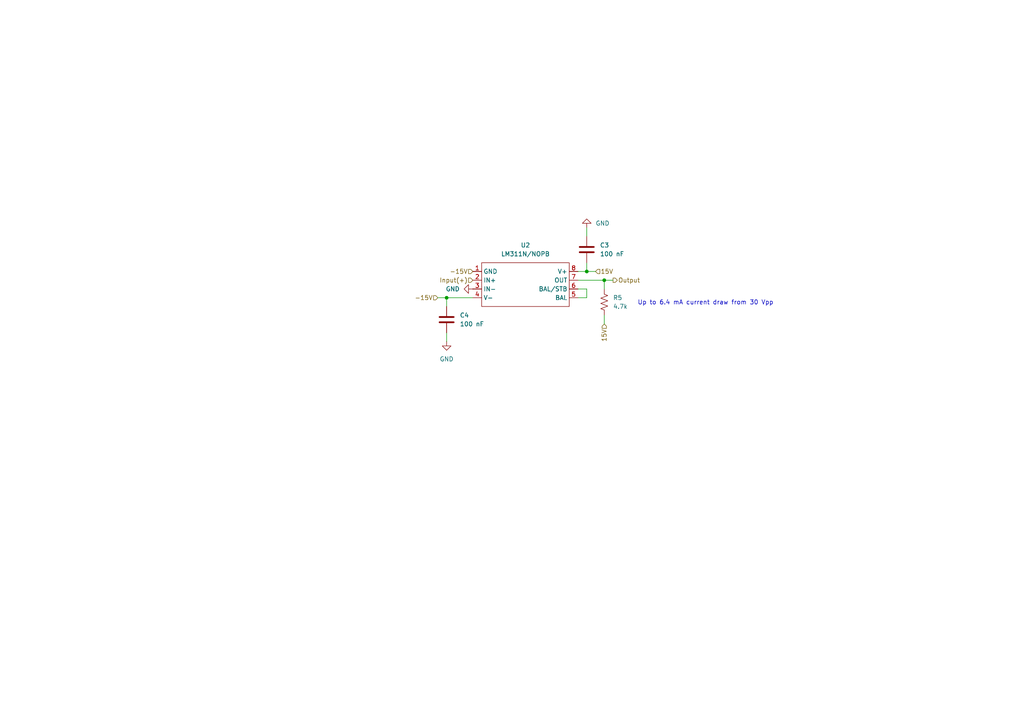
<source format=kicad_sch>
(kicad_sch (version 20250114) (generator "eeschema") (generator_version "9.0")
  (paper "A4")
  (lib_symbols
    (symbol "Custom:LM311N/NOPB"
      (property "Reference" "U" (at 0 12.192 0))
      (property "Value" "LM311N/NOPB" (at 0 9.144 0))
      (symbol "LM311N/NOPB_0_1"
        (rectangle (start 12.7 6.35) (end -12.7 -6.35))
      )
      (symbol "LM311N/NOPB_1_1"
        (pin passive line (at -15.24 3.81 0) (length 2.54) (name "GND") (number "1"))
        (pin input line (at -15.24 1.27 0) (length 2.54) (name "IN+") (number "2"))
        (pin input line (at -15.24 -1.27 0) (length 2.54) (name "IN-") (number "3"))
        (pin passive line (at -15.24 -3.81 0) (length 2.54) (name "V-") (number "4"))
        (pin passive line (at 15.24 3.81 180) (length 2.54) (name "V+") (number "8"))
        (pin output line (at 15.24 1.27 180) (length 2.54) (name "OUT") (number "7"))
        (pin passive line (at 15.24 -1.27 180) (length 2.54) (name "BAL/STB") (number "6"))
        (pin passive line (at 15.24 -3.81 180) (length 2.54) (name "BAL") (number "5"))
      )
    )
    (symbol "Device:C" (pin_numbers (hide yes)) (pin_names (offset 0.254))
      (property "Reference" "C" (at 0.635 2.54 0))
      (property "Value" "C" (at 0.635 -2.54 0))
      (symbol "C_0_1"
        (polyline (pts (xy -2.032 0.762) (xy 2.032 0.762)) (stroke (width 0.508)))
        (polyline (pts (xy -2.032 -0.762) (xy 2.032 -0.762)) (stroke (width 0.508)))
      )
      (symbol "C_1_1"
        (pin passive line (at 0 3.81 270) (length 2.794) (name "~") (number "1"))
        (pin passive line (at 0 -3.81 90) (length 2.794) (name "~") (number "2"))
      )
    )
    (symbol "Device:R_US" (pin_numbers (hide yes)) (pin_names (offset 0))
      (property "Reference" "R" (at 2.54 0 90))
      (property "Value" "R_US" (at -2.54 0 90))
      (symbol "R_US_0_1"
        (polyline (pts (xy 0 2.286) (xy 0 2.54)))
        (polyline (pts (xy 0 2.286) (xy 1.016 1.905) (xy 0 1.524) (xy -1.016 1.143) (xy 0 0.762)))
        (polyline (pts (xy 0 0.762) (xy 1.016 0.381) (xy 0 0) (xy -1.016 -0.381) (xy 0 -0.762)))
        (polyline (pts (xy 0 -0.762) (xy 1.016 -1.143) (xy 0 -1.524) (xy -1.016 -1.905) (xy 0 -2.286)))
        (polyline (pts (xy 0 -2.286) (xy 0 -2.54)))
      )
      (symbol "R_US_1_1"
        (pin passive line (at 0 3.81 270) (length 1.27) (name "~") (number "1"))
        (pin passive line (at 0 -3.81 90) (length 1.27) (name "~") (number "2"))
      )
    )
    (symbol "power:GND" (power) (pin_numbers (hide yes)) (pin_names (offset 0) (hide yes))
      (property "Value" "GND" (at 0 -3.81 0))
      (symbol "GND_0_1"
        (polyline (pts (xy 0 0) (xy 0 -1.27) (xy 1.27 -1.27) (xy 0 -2.54) (xy -1.27 -1.27) (xy 0 -1.27)))
      )
      (symbol "GND_1_1"
        (pin power_in line (at 0 0 270) (length 0) (name "~") (number "1"))
      )
    )
  )
  (text "Up to 6.4 mA current draw from 30 Vpp" (at 184.912 87.122 0) (effects (font (size 1.27 1.27)) (justify left top)))
  (junction (at 175.26 81.28))
  (junction (at 170.18 78.74))
  (junction (at 129.54 86.36))
  (wire (pts (xy 170.18 76.2) (xy 170.18 78.74)))
  (wire (pts (xy 129.54 86.36) (xy 129.54 88.9)))
  (wire (pts (xy 167.64 78.74) (xy 170.18 78.74)))
  (wire (pts (xy 170.18 78.74) (xy 172.72 78.74)))
  (wire (pts (xy 175.26 81.28) (xy 177.8 81.28)))
  (wire (pts (xy 170.18 83.82) (xy 170.18 86.36)))
  (wire (pts (xy 129.54 96.52) (xy 129.54 99.06)))
  (wire (pts (xy 129.54 86.36) (xy 137.16 86.36)))
  (wire (pts (xy 175.26 91.44) (xy 175.26 93.98)))
  (wire (pts (xy 167.64 83.82) (xy 170.18 83.82)))
  (wire (pts (xy 170.18 66.04) (xy 170.18 68.58)))
  (wire (pts (xy 175.26 81.28) (xy 175.26 83.82)))
  (wire (pts (xy 167.64 81.28) (xy 175.26 81.28)))
  (wire (pts (xy 127 86.36) (xy 129.54 86.36)))
  (wire (pts (xy 167.64 86.36) (xy 170.18 86.36)))
  (hierarchical_label "Input(+)" (shape input) (at 137.16 81.28 180))
  (hierarchical_label "-15V" (shape input) (at 137.16 78.74 180))
  (hierarchical_label "Output" (shape output) (at 177.8 81.28 0))
  (hierarchical_label "-15V" (shape input) (at 127 86.36 180))
  (hierarchical_label "15V" (shape input) (at 175.26 93.98 270))
  (hierarchical_label "15V" (shape input) (at 172.72 78.74 0))
  (symbol (lib_id "power:GND") (at 129.54 99.06 0) (unit 1)
    (property "Reference" "#PWR03" (effects (hide yes)))
    (property "Value" "GND" (at 129.54 104.14 0))
    (property "Description" "Power symbol creates a global label with name \"GND\" , ground" (effects (hide yes)))
  )
  (symbol (lib_id "Device:C") (at 170.18 72.39 0) (unit 1)
    (property "Reference" "C3" (at 173.99 71.1199 0) (effects (justify left)))
    (property "Value" "100 nF" (at 173.99 73.6599 0) (effects (justify left)))
    (property "Footprint" "TwoTerminal:THT_2.54mm" (effects (hide yes)))
    (property "Description" "Unpolarized capacitor" (effects (hide yes)))
    (property "Purchase Link" "https://www.digikey.com/en/products/detail/murata-electronics/RDE5C1H104J2P1H03B/10706775" (effects (hide yes)))
    (property "Cost" "$0.82" (effects (hide yes)))
    (property "Cost (qty10)" "$0.479" (effects (hide yes)))
    (property "RoHS Compliant" "YES" (effects (hide yes)))
  )
  (symbol (lib_id "Device:R_US") (at 175.26 87.63 0) (unit 1) (in_bom no)
    (property "Reference" "R5" (at 177.8 86.3599 0) (effects (justify left)))
    (property "Value" "4.7k" (at 177.8 88.8999 0) (effects (justify left)))
    (property "Description" "Resistor, US symbol" (effects (hide yes)))
  )
  (symbol (lib_id "power:GND") (at 137.16 83.82 270) (unit 1)
    (property "Reference" "#PWR05" (effects (hide yes)))
    (property "Value" "GND" (at 133.35 83.8199 90) (effects (justify right)))
    (property "Description" "Power symbol creates a global label with name \"GND\" , ground" (effects (hide yes)))
  )
  (symbol (lib_id "power:GND") (at 170.18 66.04 180) (unit 1)
    (property "Reference" "#PWR04" (effects (hide yes)))
    (property "Value" "GND" (at 172.72 64.7699 0) (effects (justify right)))
    (property "Description" "Power symbol creates a global label with name \"GND\" , ground" (effects (hide yes)))
  )
  (symbol (lib_id "Custom:LM311N/NOPB") (at 152.4 82.55 0) (unit 1)
    (property "Reference" "U2" (at 152.4 71.12 0))
    (property "Value" "LM311N/NOPB" (at 152.4 73.66 0))
    (property "Footprint" "IC:PDIP-8" (effects (hide yes)))
    (property "Purchase Link" "https://www.digikey.com/en/products/detail/texas-instruments/LM311N-NOPB/6175" (effects (hide yes)))
    (property "Cost" "$0.92" (effects (hide yes)))
    (property "Cost (qty10)" "$0.663" (effects (hide yes)))
    (property "RoHS Compliant" "YES" (effects (hide yes)))
  )
  (symbol (lib_id "Device:C") (at 129.54 92.71 0) (unit 1)
    (property "Reference" "C4" (at 133.35 91.4399 0) (effects (justify left)))
    (property "Value" "100 nF" (at 133.35 93.9799 0) (effects (justify left)))
    (property "Footprint" "TwoTerminal:THT_2.54mm" (effects (hide yes)))
    (property "Description" "Unpolarized capacitor" (effects (hide yes)))
    (property "Purchase Link" "https://www.digikey.com/en/products/detail/murata-electronics/RDE5C1H104J2P1H03B/10706775" (effects (hide yes)))
    (property "Cost" "$0.82" (effects (hide yes)))
    (property "Cost (qty10)" "$0.479" (effects (hide yes)))
    (property "RoHS Compliant" "YES" (effects (hide yes)))
  )
)
</source>
